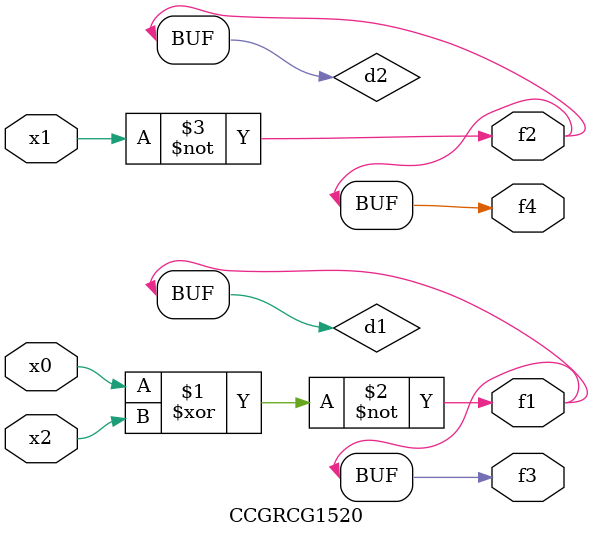
<source format=v>
module CCGRCG1520(
	input x0, x1, x2,
	output f1, f2, f3, f4
);

	wire d1, d2, d3;

	xnor (d1, x0, x2);
	nand (d2, x1);
	nor (d3, x1, x2);
	assign f1 = d1;
	assign f2 = d2;
	assign f3 = d1;
	assign f4 = d2;
endmodule

</source>
